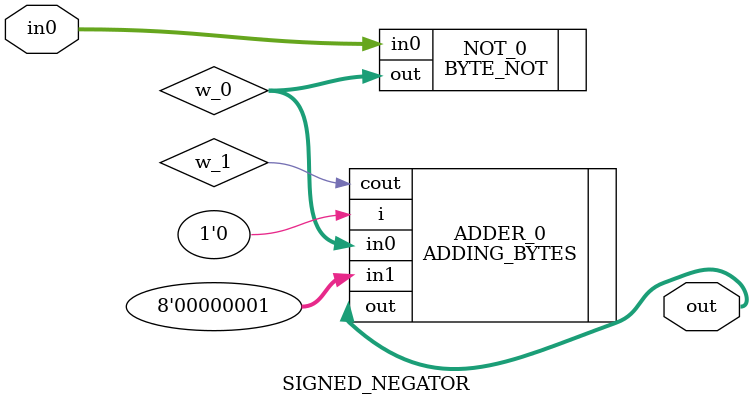
<source format=v>
module SIGNED_NEGATOR(
     input wire [7:0] in0,
     output wire [7:0] out
);
wire  [7:0] w_0;
wire w_1;
BYTE_NOT NOT_0(
        .in0    (in0    ),
        .out    (w_0    )
        );
ADDING_BYTES ADDER_0(
        .i    (1'b0    ),
        .in0    (w_0    ),
        .in1    (8'b00000001    ),
        .out    (out    ),
        .cout    (w_1)
        );

   
endmodule
</source>
